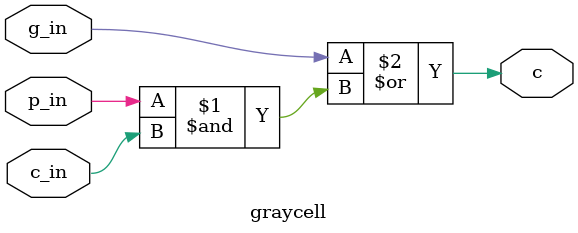
<source format=sv>
module graycell (
  input  logic g_in, p_in,
  input  logic c_in,
  output logic c
);

  assign c = g_in | (p_in & c_in);

endmodule

</source>
